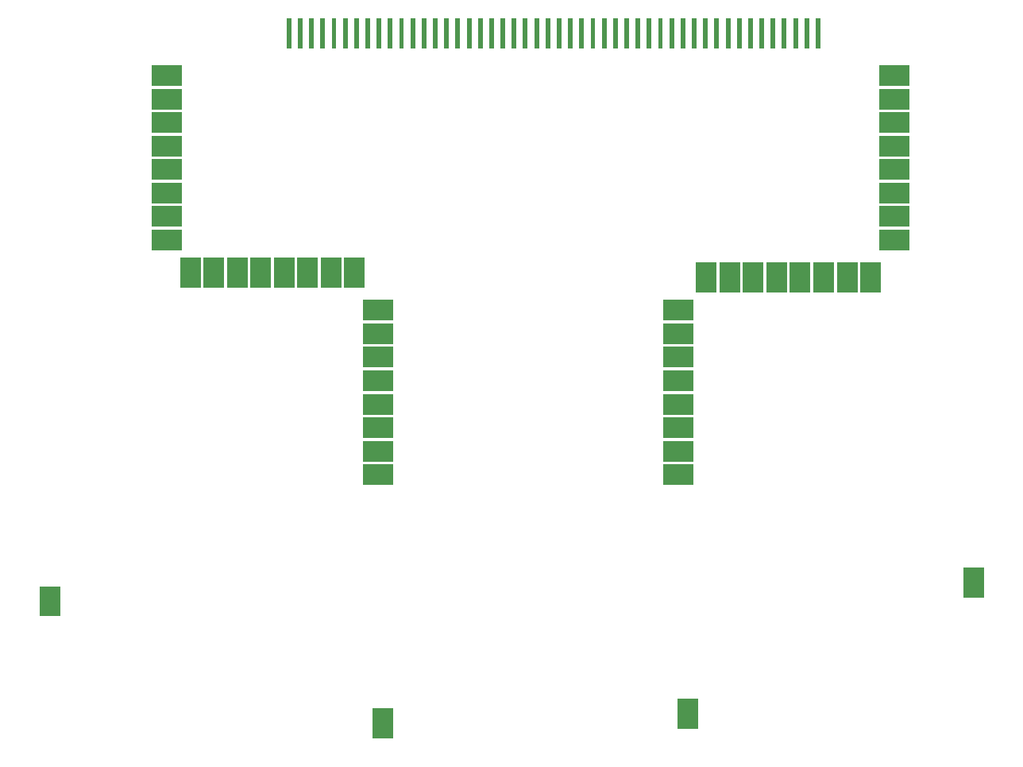
<source format=gts>
G04 Layer: TopSolderMaskLayer*
G04 EasyEDA v6.4.25, 2022-01-12T17:36:27--7:00*
G04 12c81a346b754f11b05be9c808d69f64,c152627e17c142f38e8cee34c074023c,10*
G04 Gerber Generator version 0.2*
G04 Scale: 100 percent, Rotated: No, Reflected: No *
G04 Dimensions in millimeters *
G04 leading zeros omitted , absolute positions ,4 integer and 5 decimal *
%FSLAX45Y45*%
%MOMM*%

%ADD16R,3.2032X2.2032*%

%LPD*%
G36*
X4674870Y-3710178D02*
G01*
X4674870Y-3389884D01*
X4725161Y-3389884D01*
X4725161Y-3710178D01*
G37*
G36*
X4794758Y-3710178D02*
G01*
X4794758Y-3389884D01*
X4845050Y-3389884D01*
X4845050Y-3710178D01*
G37*
G36*
X4914900Y-3710178D02*
G01*
X4914900Y-3389884D01*
X4965191Y-3389884D01*
X4965191Y-3710178D01*
G37*
G36*
X5034788Y-3710178D02*
G01*
X5034788Y-3389884D01*
X5085079Y-3389884D01*
X5085079Y-3710178D01*
G37*
G36*
X5514847Y-3710178D02*
G01*
X5514847Y-3389884D01*
X5565140Y-3389884D01*
X5565140Y-3710178D01*
G37*
G36*
X5394959Y-3710178D02*
G01*
X5394959Y-3389884D01*
X5445252Y-3389884D01*
X5445252Y-3710178D01*
G37*
G36*
X5274818Y-3710178D02*
G01*
X5274818Y-3389884D01*
X5325109Y-3389884D01*
X5325109Y-3710178D01*
G37*
G36*
X5154929Y-3710178D02*
G01*
X5154929Y-3389884D01*
X5205222Y-3389884D01*
X5205222Y-3710178D01*
G37*
G36*
X6114795Y-3710178D02*
G01*
X6114795Y-3389884D01*
X6165088Y-3389884D01*
X6165088Y-3710178D01*
G37*
G36*
X6234938Y-3710178D02*
G01*
X6234938Y-3389884D01*
X6285229Y-3389884D01*
X6285229Y-3710178D01*
G37*
G36*
X6354825Y-3710178D02*
G01*
X6354825Y-3389884D01*
X6405118Y-3389884D01*
X6405118Y-3710178D01*
G37*
G36*
X6474713Y-3710178D02*
G01*
X6474713Y-3389884D01*
X6525259Y-3389884D01*
X6525259Y-3710178D01*
G37*
G36*
X5994908Y-3710178D02*
G01*
X5994908Y-3389884D01*
X6045200Y-3389884D01*
X6045200Y-3710178D01*
G37*
G36*
X5874765Y-3710178D02*
G01*
X5874765Y-3389884D01*
X5925058Y-3389884D01*
X5925058Y-3710178D01*
G37*
G36*
X5754877Y-3710178D02*
G01*
X5754877Y-3389884D01*
X5805170Y-3389884D01*
X5805170Y-3710178D01*
G37*
G36*
X5634736Y-3710178D02*
G01*
X5634736Y-3389884D01*
X5685281Y-3389884D01*
X5685281Y-3710178D01*
G37*
G36*
X7074915Y-3710178D02*
G01*
X7074915Y-3389884D01*
X7125208Y-3389884D01*
X7125208Y-3710178D01*
G37*
G36*
X7194804Y-3710178D02*
G01*
X7194804Y-3389884D01*
X7245095Y-3389884D01*
X7245095Y-3710178D01*
G37*
G36*
X7314945Y-3710178D02*
G01*
X7314945Y-3389884D01*
X7365238Y-3389884D01*
X7365238Y-3710178D01*
G37*
G36*
X7434834Y-3710178D02*
G01*
X7434834Y-3389884D01*
X7485125Y-3389884D01*
X7485125Y-3710178D01*
G37*
G36*
X6954774Y-3710178D02*
G01*
X6954774Y-3389884D01*
X7005065Y-3389884D01*
X7005065Y-3710178D01*
G37*
G36*
X6834886Y-3710178D02*
G01*
X6834886Y-3389884D01*
X6885177Y-3389884D01*
X6885177Y-3710178D01*
G37*
G36*
X6714743Y-3710178D02*
G01*
X6714743Y-3389884D01*
X6765290Y-3389884D01*
X6765290Y-3710178D01*
G37*
G36*
X6594856Y-3710178D02*
G01*
X6594856Y-3389884D01*
X6645147Y-3389884D01*
X6645147Y-3710178D01*
G37*
G36*
X8034781Y-3710178D02*
G01*
X8034781Y-3389884D01*
X8085074Y-3389884D01*
X8085074Y-3710178D01*
G37*
G36*
X8154924Y-3710178D02*
G01*
X8154924Y-3389884D01*
X8205215Y-3389884D01*
X8205215Y-3710178D01*
G37*
G36*
X8274811Y-3710178D02*
G01*
X8274811Y-3389884D01*
X8325104Y-3389884D01*
X8325104Y-3710178D01*
G37*
G36*
X8394954Y-3710178D02*
G01*
X8394954Y-3389884D01*
X8445245Y-3389884D01*
X8445245Y-3710178D01*
G37*
G36*
X7914893Y-3710178D02*
G01*
X7914893Y-3389884D01*
X7965186Y-3389884D01*
X7965186Y-3710178D01*
G37*
G36*
X7794752Y-3710178D02*
G01*
X7794752Y-3389884D01*
X7845043Y-3389884D01*
X7845043Y-3710178D01*
G37*
G36*
X7674863Y-3710178D02*
G01*
X7674863Y-3389884D01*
X7725156Y-3389884D01*
X7725156Y-3710178D01*
G37*
G36*
X7554722Y-3710178D02*
G01*
X7554722Y-3389884D01*
X7605268Y-3389884D01*
X7605268Y-3710178D01*
G37*
G36*
X8994902Y-3710178D02*
G01*
X8994902Y-3389884D01*
X9045193Y-3389884D01*
X9045193Y-3710178D01*
G37*
G36*
X9114790Y-3710178D02*
G01*
X9114790Y-3389884D01*
X9165081Y-3389884D01*
X9165081Y-3710178D01*
G37*
G36*
X9234931Y-3710178D02*
G01*
X9234931Y-3389884D01*
X9285224Y-3389884D01*
X9285224Y-3710178D01*
G37*
G36*
X9354820Y-3710178D02*
G01*
X9354820Y-3389884D01*
X9405111Y-3389884D01*
X9405111Y-3710178D01*
G37*
G36*
X8874759Y-3710178D02*
G01*
X8874759Y-3389884D01*
X8925052Y-3389884D01*
X8925052Y-3710178D01*
G37*
G36*
X8754872Y-3710178D02*
G01*
X8754872Y-3389884D01*
X8805163Y-3389884D01*
X8805163Y-3710178D01*
G37*
G36*
X8634729Y-3710178D02*
G01*
X8634729Y-3389884D01*
X8685275Y-3389884D01*
X8685275Y-3710178D01*
G37*
G36*
X8514841Y-3710178D02*
G01*
X8514841Y-3389884D01*
X8565134Y-3389884D01*
X8565134Y-3710178D01*
G37*
G36*
X9954768Y-3710178D02*
G01*
X9954768Y-3389884D01*
X10005059Y-3389884D01*
X10005059Y-3710178D01*
G37*
G36*
X10074909Y-3710178D02*
G01*
X10074909Y-3389884D01*
X10125202Y-3389884D01*
X10125202Y-3710178D01*
G37*
G36*
X10194797Y-3710178D02*
G01*
X10194797Y-3389884D01*
X10245090Y-3389884D01*
X10245090Y-3710178D01*
G37*
G36*
X10314940Y-3710178D02*
G01*
X10314940Y-3389884D01*
X10365231Y-3389884D01*
X10365231Y-3710178D01*
G37*
G36*
X9834879Y-3710178D02*
G01*
X9834879Y-3389884D01*
X9885172Y-3389884D01*
X9885172Y-3710178D01*
G37*
G36*
X9714738Y-3710178D02*
G01*
X9714738Y-3389884D01*
X9765284Y-3389884D01*
X9765284Y-3710178D01*
G37*
G36*
X9594850Y-3710178D02*
G01*
X9594850Y-3389884D01*
X9645141Y-3389884D01*
X9645141Y-3710178D01*
G37*
G36*
X9474961Y-3710178D02*
G01*
X9474961Y-3389884D01*
X9525254Y-3389884D01*
X9525254Y-3710178D01*
G37*
G36*
X10989818Y-4110228D02*
G01*
X10989818Y-3889755D01*
X11310111Y-3889755D01*
X11310111Y-4110228D01*
G37*
G36*
X10989818Y-4360163D02*
G01*
X10989818Y-4139945D01*
X11310111Y-4139945D01*
X11310111Y-4360163D01*
G37*
G36*
X10989818Y-4610100D02*
G01*
X10989818Y-4389881D01*
X11310111Y-4389881D01*
X11310111Y-4610100D01*
G37*
D16*
G01*
X11149990Y-4750003D03*
G36*
X10989818Y-5110226D02*
G01*
X10989818Y-4889754D01*
X11310111Y-4889754D01*
X11310111Y-5110226D01*
G37*
G36*
X10989818Y-5360162D02*
G01*
X10989818Y-5139944D01*
X11310111Y-5139944D01*
X11310111Y-5360162D01*
G37*
G36*
X10989818Y-5610097D02*
G01*
X10989818Y-5389879D01*
X11310111Y-5389879D01*
X11310111Y-5610097D01*
G37*
G36*
X10989818Y-5860034D02*
G01*
X10989818Y-5639815D01*
X11310111Y-5639815D01*
X11310111Y-5860034D01*
G37*
G36*
X10789920Y-6310121D02*
G01*
X10789920Y-5989828D01*
X11010138Y-5989828D01*
X11010138Y-6310121D01*
G37*
G36*
X10539729Y-6310121D02*
G01*
X10539729Y-5989828D01*
X10760202Y-5989828D01*
X10760202Y-6310121D01*
G37*
G36*
X10289793Y-6310121D02*
G01*
X10289793Y-5989828D01*
X10510265Y-5989828D01*
X10510265Y-6310121D01*
G37*
G36*
X10039858Y-6310121D02*
G01*
X10039858Y-5989828D01*
X10260075Y-5989828D01*
X10260075Y-6310121D01*
G37*
G36*
X9789922Y-6310121D02*
G01*
X9789922Y-5989828D01*
X10010140Y-5989828D01*
X10010140Y-6310121D01*
G37*
G36*
X9539731Y-6310121D02*
G01*
X9539731Y-5989828D01*
X9760204Y-5989828D01*
X9760204Y-6310121D01*
G37*
G36*
X9289795Y-6310121D02*
G01*
X9289795Y-5989828D01*
X9510268Y-5989828D01*
X9510268Y-6310121D01*
G37*
G36*
X9039859Y-6310121D02*
G01*
X9039859Y-5989828D01*
X9260077Y-5989828D01*
X9260077Y-6310121D01*
G37*
G36*
X8689847Y-6610095D02*
G01*
X8689847Y-6389878D01*
X9010141Y-6389878D01*
X9010141Y-6610095D01*
G37*
G36*
X8689847Y-6860286D02*
G01*
X8689847Y-6639813D01*
X9010141Y-6639813D01*
X9010141Y-6860286D01*
G37*
G36*
X8689847Y-7110221D02*
G01*
X8689847Y-6889750D01*
X9010141Y-6889750D01*
X9010141Y-7110221D01*
G37*
G36*
X8689847Y-7360158D02*
G01*
X8689847Y-7139939D01*
X9010141Y-7139939D01*
X9010141Y-7360158D01*
G37*
G36*
X8689847Y-7610094D02*
G01*
X8689847Y-7389876D01*
X9010141Y-7389876D01*
X9010141Y-7610094D01*
G37*
G01*
X8849995Y-7749997D03*
G36*
X8689847Y-8110220D02*
G01*
X8689847Y-7889747D01*
X9010141Y-7889747D01*
X9010141Y-8110220D01*
G37*
G36*
X8689847Y-8360155D02*
G01*
X8689847Y-8139937D01*
X9010141Y-8139937D01*
X9010141Y-8360155D01*
G37*
G36*
X5489956Y-8360155D02*
G01*
X5489956Y-8139937D01*
X5810250Y-8139937D01*
X5810250Y-8360155D01*
G37*
G36*
X5489956Y-8110220D02*
G01*
X5489956Y-7889747D01*
X5810250Y-7889747D01*
X5810250Y-8110220D01*
G37*
G36*
X5489956Y-7860284D02*
G01*
X5489956Y-7639812D01*
X5810250Y-7639812D01*
X5810250Y-7860284D01*
G37*
G36*
X5489956Y-7610094D02*
G01*
X5489956Y-7389876D01*
X5810250Y-7389876D01*
X5810250Y-7610094D01*
G37*
G36*
X5489956Y-7360158D02*
G01*
X5489956Y-7139939D01*
X5810250Y-7139939D01*
X5810250Y-7360158D01*
G37*
G36*
X5489956Y-7110221D02*
G01*
X5489956Y-6889750D01*
X5810250Y-6889750D01*
X5810250Y-7110221D01*
G37*
G36*
X5489956Y-6860286D02*
G01*
X5489956Y-6639813D01*
X5810250Y-6639813D01*
X5810250Y-6860286D01*
G37*
G36*
X5489956Y-6610095D02*
G01*
X5489956Y-6389878D01*
X5810250Y-6389878D01*
X5810250Y-6610095D01*
G37*
G36*
X5289804Y-6260084D02*
G01*
X5289804Y-5939789D01*
X5510275Y-5939789D01*
X5510275Y-6260084D01*
G37*
G36*
X5039868Y-6260084D02*
G01*
X5039868Y-5939789D01*
X5260086Y-5939789D01*
X5260086Y-6260084D01*
G37*
G36*
X4789931Y-6260084D02*
G01*
X4789931Y-5939789D01*
X5010150Y-5939789D01*
X5010150Y-6260084D01*
G37*
G36*
X4539741Y-6260084D02*
G01*
X4539741Y-5939789D01*
X4760213Y-5939789D01*
X4760213Y-6260084D01*
G37*
G36*
X4289806Y-6260084D02*
G01*
X4289806Y-5939789D01*
X4510277Y-5939789D01*
X4510277Y-6260084D01*
G37*
G36*
X4039870Y-6260084D02*
G01*
X4039870Y-5939789D01*
X4260088Y-5939789D01*
X4260088Y-6260084D01*
G37*
G36*
X3789934Y-6260084D02*
G01*
X3789934Y-5939789D01*
X4010152Y-5939789D01*
X4010152Y-6260084D01*
G37*
G36*
X3539743Y-6260084D02*
G01*
X3539743Y-5939789D01*
X3760215Y-5939789D01*
X3760215Y-6260084D01*
G37*
G36*
X3239770Y-5860034D02*
G01*
X3239770Y-5639815D01*
X3560063Y-5639815D01*
X3560063Y-5860034D01*
G37*
G36*
X3239770Y-5610097D02*
G01*
X3239770Y-5389879D01*
X3560063Y-5389879D01*
X3560063Y-5610097D01*
G37*
G36*
X3239770Y-5360162D02*
G01*
X3239770Y-5139944D01*
X3560063Y-5139944D01*
X3560063Y-5360162D01*
G37*
G36*
X3239770Y-5110226D02*
G01*
X3239770Y-4889754D01*
X3560063Y-4889754D01*
X3560063Y-5110226D01*
G37*
G36*
X3239770Y-4860036D02*
G01*
X3239770Y-4639818D01*
X3560063Y-4639818D01*
X3560063Y-4860036D01*
G37*
G36*
X3239770Y-4610100D02*
G01*
X3239770Y-4389881D01*
X3560063Y-4389881D01*
X3560063Y-4610100D01*
G37*
G36*
X3239770Y-4360163D02*
G01*
X3239770Y-4139945D01*
X3560063Y-4139945D01*
X3560063Y-4360163D01*
G37*
G36*
X3239770Y-4110228D02*
G01*
X3239770Y-3889755D01*
X3560063Y-3889755D01*
X3560063Y-4110228D01*
G37*
G36*
X8839961Y-10960100D02*
G01*
X8839961Y-10639805D01*
X9060179Y-10639805D01*
X9060179Y-10960100D01*
G37*
G36*
X5589777Y-11060176D02*
G01*
X5589777Y-10739881D01*
X5810250Y-10739881D01*
X5810250Y-11060176D01*
G37*
G36*
X11889740Y-9560052D02*
G01*
X11889740Y-9239758D01*
X12110211Y-9239758D01*
X12110211Y-9560052D01*
G37*
G36*
X2039874Y-9760204D02*
G01*
X2039874Y-9439910D01*
X2260091Y-9439910D01*
X2260091Y-9760204D01*
G37*
M02*

</source>
